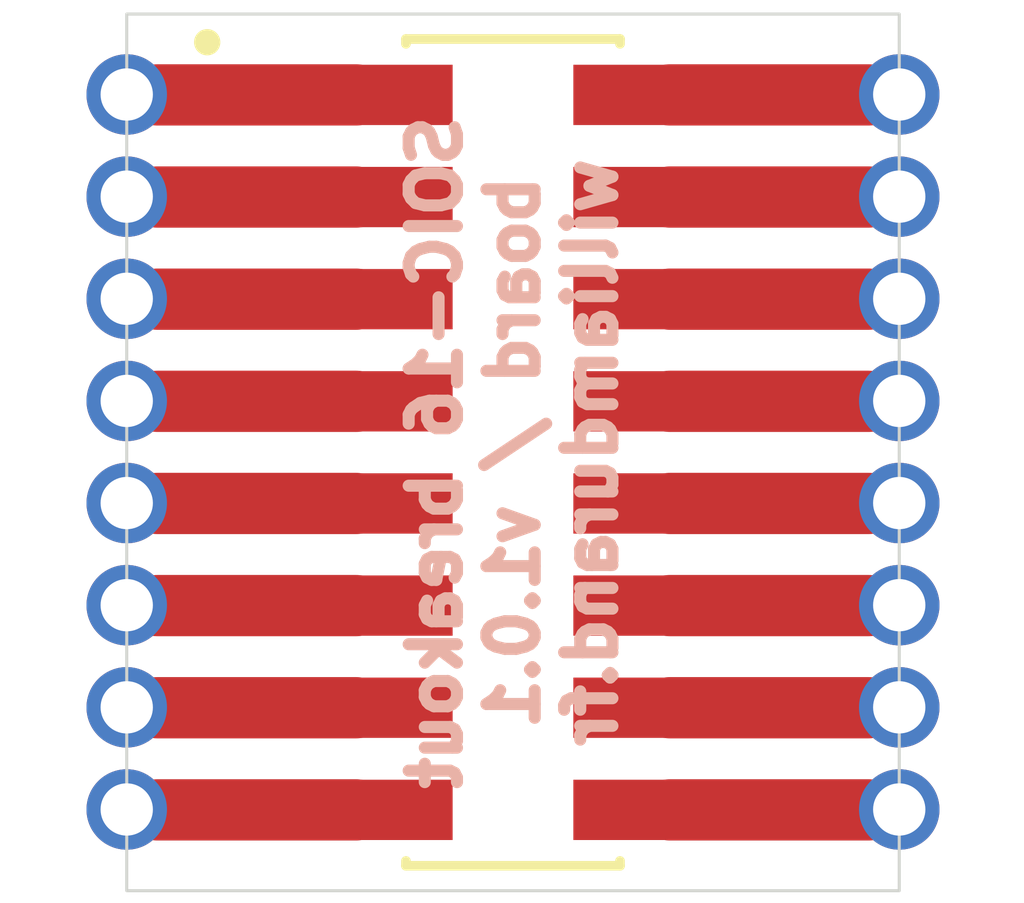
<source format=kicad_pcb>
(kicad_pcb (version 20211014) (generator pcbnew)
  (title_block (rev "1"))
  (layers (0 "F.Cu" signal "Front") (31 "B.Cu" signal "Back") (34 "B.Paste" user) (35 "F.Paste" user) (36 "B.SilkS" user "B.Silkscreen") (37 "F.SilkS" user "F.Silkscreen") (38 "B.Mask" user) (39 "F.Mask" user) (44 "Edge.Cuts" user))
  (net 0 "")
  (footprint "Connector_PinHeader_1.27mm:PinHeader_1x08_P1.27mm_Vertical" (layer "F.Cu") (at 137.8 95.55)
    (fp_text reference "REF**" hide)
    (fp_text value "PinHeader_1x08_P1.27mm_Vertical" hide)
    (pad "9" thru_hole oval (at 0 8.89) (size 1 1) (drill 0.65) (layers *.Cu *.Mask))
    (pad "10" thru_hole oval (at 0 7.62) (size 1 1) (drill 0.65) (layers *.Cu *.Mask))
    (pad "11" thru_hole oval (at 0 6.35) (size 1 1) (drill 0.65) (layers *.Cu *.Mask))
    (pad "12" thru_hole oval (at 0 5.08) (size 1 1) (drill 0.65) (layers *.Cu *.Mask))
    (pad "13" thru_hole oval (at 0 3.81) (size 1 1) (drill 0.65) (layers *.Cu *.Mask))
    (pad "14" thru_hole oval (at 0 2.54) (size 1 1) (drill 0.65) (layers *.Cu *.Mask))
    (pad "15" thru_hole oval (at 0 1.27) (size 1 1) (drill 0.65) (layers *.Cu *.Mask))
    (pad "16" thru_hole circle (at 0 0) (size 1 1) (drill 0.65) (layers *.Cu *.Mask))
  )
  (footprint "Connector_PinHeader_1.27mm:PinHeader_1x08_P1.27mm_Vertical" (layer "F.Cu") (at 128.2 95.55)
    (fp_text reference "REF**" hide)
    (fp_text value "PinHeader_1x08_P1.27mm_Vertical" hide)
    (pad "1" thru_hole circle (at 0 0) (size 1 1) (drill 0.65) (layers *.Cu *.Mask))
    (pad "2" thru_hole oval (at 0 1.27) (size 1 1) (drill 0.65) (layers *.Cu *.Mask))
    (pad "3" thru_hole oval (at 0 2.54) (size 1 1) (drill 0.65) (layers *.Cu *.Mask))
    (pad "4" thru_hole oval (at 0 3.81) (size 1 1) (drill 0.65) (layers *.Cu *.Mask))
    (pad "5" thru_hole oval (at 0 5.08) (size 1 1) (drill 0.65) (layers *.Cu *.Mask))
    (pad "6" thru_hole oval (at 0 6.35) (size 1 1) (drill 0.65) (layers *.Cu *.Mask))
    (pad "7" thru_hole oval (at 0 7.62) (size 1 1) (drill 0.65) (layers *.Cu *.Mask))
    (pad "8" thru_hole oval (at 0 8.89) (size 1 1) (drill 0.65) (layers *.Cu *.Mask))
  )
  (footprint "Connector_PinSocket_1.27mm:PinSocket_2x08_P1.27mm_Vertical_SMD" (layer "F.Cu") (at 133 100)
    (fp_text reference "REF**" hide)
    (fp_text value "PinSocket_2x08_P1.27mm_Vertical_SMD" hide)
    (fp_line (start 1.33 -5.14) (end -1.33 -5.14) (layer "F.SilkS") (width 0.12))
    (fp_line (start 1.33 -5.14) (end 1.33 -5.08) (layer "F.SilkS") (width 0.12))
    (fp_line (start -1.33 5.08) (end -1.33 5.14) (layer "F.SilkS") (width 0.12))
    (fp_line (start -1.33 -5.14) (end -1.33 -5.08) (layer "F.SilkS") (width 0.12))
    (fp_line (start 1.33 5.14) (end -1.33 5.14) (layer "F.SilkS") (width 0.12))
    (fp_line (start 1.33 5.08) (end 1.33 5.14) (layer "F.SilkS") (width 0.12))
    (pad "1" smd rect (at -1.8 -4.445) (size 2.1 0.75) (layers "F.Cu" "F.Paste" "F.Mask"))
    (pad "2" smd rect (at -1.8 -3.175) (size 2.1 0.75) (layers "F.Cu" "F.Paste" "F.Mask"))
    (pad "3" smd rect (at -1.8 -1.905) (size 2.1 0.75) (layers "F.Cu" "F.Paste" "F.Mask"))
    (pad "4" smd rect (at -1.8 -0.635) (size 2.1 0.75) (layers "F.Cu" "F.Paste" "F.Mask"))
    (pad "5" smd rect (at -1.8 0.635) (size 2.1 0.75) (layers "F.Cu" "F.Paste" "F.Mask"))
    (pad "6" smd rect (at -1.8 1.905) (size 2.1 0.75) (layers "F.Cu" "F.Paste" "F.Mask"))
    (pad "7" smd rect (at -1.8 3.175) (size 2.1 0.75) (layers "F.Cu" "F.Paste" "F.Mask"))
    (pad "8" smd rect (at -1.8 4.445) (size 2.1 0.75) (layers "F.Cu" "F.Paste" "F.Mask"))
    (pad "9" smd rect (at 1.8 4.445) (size 2.1 0.75) (layers "F.Cu" "F.Paste" "F.Mask"))
    (pad "10" smd rect (at 1.8 3.175) (size 2.1 0.75) (layers "F.Cu" "F.Paste" "F.Mask"))
    (pad "11" smd rect (at 1.8 1.905) (size 2.1 0.75) (layers "F.Cu" "F.Paste" "F.Mask"))
    (pad "12" smd rect (at 1.8 0.635) (size 2.1 0.75) (layers "F.Cu" "F.Paste" "F.Mask"))
    (pad "13" smd rect (at 1.8 -0.635) (size 2.1 0.75) (layers "F.Cu" "F.Paste" "F.Mask"))
    (pad "14" smd rect (at 1.8 -1.905) (size 2.1 0.75) (layers "F.Cu" "F.Paste" "F.Mask"))
    (pad "15" smd rect (at 1.8 -3.175) (size 2.1 0.75) (layers "F.Cu" "F.Paste" "F.Mask"))
    (pad "16" smd rect (at 1.8 -4.445) (size 2.1 0.75) (layers "F.Cu" "F.Paste" "F.Mask"))
  )
  (gr_circle (center 129.2 94.9) (end 129.3 94.9) (layer "F.SilkS") (width 0.127) (fill solid))
  (gr_rect (start 128.2 94.55) (end 137.8 105.45) (layer "Edge.Cuts") (width 0.0381) (fill none))
  (gr_text "SOIC-16 breakout\nboard / v1.0.1\nwilliamdurand.fr" (at 133 100 90) (layer "B.SilkS") (effects (font (size 0.6 0.6)) (justify mirror)))
  (segment (start 134.95 100.635) (end 137.41898 100.635) (width 0.762) (layer "F.Cu") (net 0))
  (segment (start 134.95 101.905) (end 137.41898 101.905) (width 0.762) (layer "F.Cu") (net 0))
  (segment (start 131.05 99.365) (end 128.58102 99.365) (width 0.762) (layer "F.Cu") (net 0))
  (segment (start 134.95 103.175) (end 137.41898 103.175) (width 0.762) (layer "F.Cu") (net 0))
  (segment (start 131.05 101.905) (end 128.58102 101.905) (width 0.762) (layer "F.Cu") (net 0))
  (segment (start 134.95 95.555) (end 137.41898 95.555) (width 0.762) (layer "F.Cu") (net 0))
  (segment (start 131.05 96.825) (end 128.58102 96.825) (width 0.762) (layer "F.Cu") (net 0))
  (segment (start 131.05 104.445) (end 128.58102 104.445) (width 0.762) (layer "F.Cu") (net 0))
  (segment (start 131.05 95.555) (end 128.58102 95.555) (width 0.762) (layer "F.Cu") (net 0))
  (segment (start 131.05 98.095) (end 128.58102 98.095) (width 0.762) (layer "F.Cu") (net 0))
  (segment (start 131.05 103.175) (end 128.58102 103.175) (width 0.762) (layer "F.Cu") (net 0))
  (segment (start 134.95 99.365) (end 137.41898 99.365) (width 0.762) (layer "F.Cu") (net 0))
  (segment (start 131.05 100.635) (end 128.58102 100.635) (width 0.762) (layer "F.Cu") (net 0))
  (segment (start 134.95 104.445) (end 137.41898 104.445) (width 0.762) (layer "F.Cu") (net 0))
  (segment (start 134.95 96.825) (end 137.41898 96.825) (width 0.762) (layer "F.Cu") (net 0))
  (segment (start 134.95 98.095) (end 137.41898 98.095) (width 0.762) (layer "F.Cu") (net 0))
)
</source>
